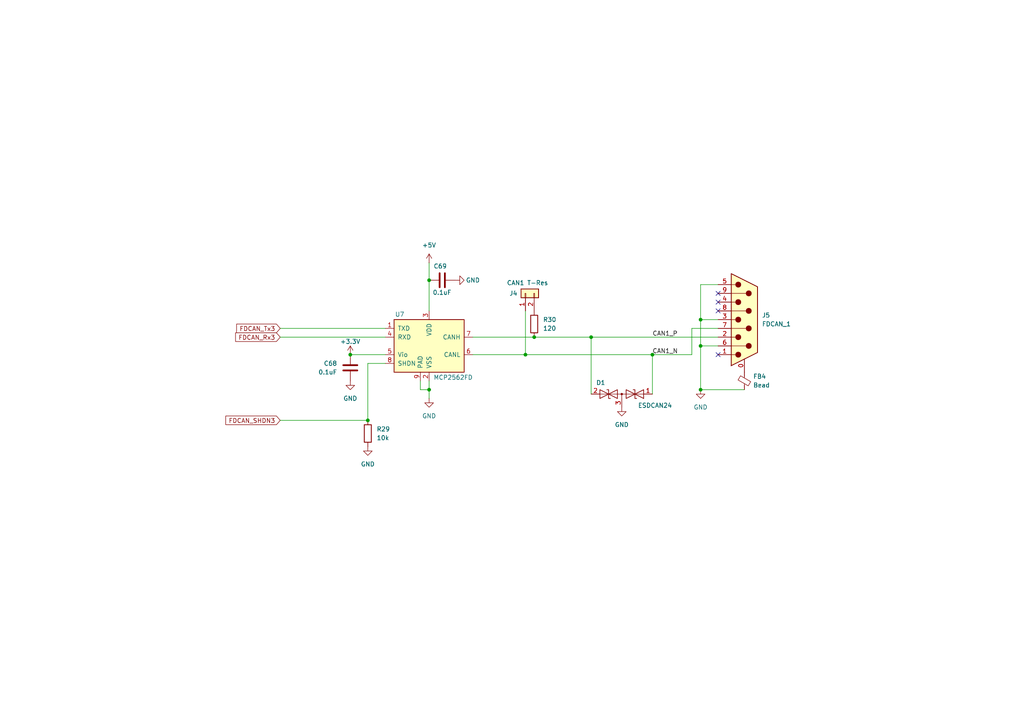
<source format=kicad_sch>
(kicad_sch (version 20250114) (generator "eeschema") (generator_version "9.0")
  (paper "A4")
  (title_block (rev "1.0"))
  (lib_symbols
    (symbol "Connector:DE9_Plug_MountingHoles" (pin_names (offset 1.016) (hide yes))
      (property "Reference" "J" (at 0 16.51 0))
      (property "Value" "DE9_Plug_MountingHoles" (at 0 14.605 0))
      (symbol "DE9_Plug_MountingHoles_0_1"
        (polyline (pts (xy -3.81 10.16) (xy -2.54 10.16)))
        (polyline (pts (xy -3.81 7.62) (xy 0.508 7.62)))
        (polyline (pts (xy -3.81 5.08) (xy -2.54 5.08)))
        (polyline (pts (xy -3.81 2.54) (xy 0.508 2.54)))
        (polyline (pts (xy -3.81 0) (xy -2.54 0)))
        (polyline (pts (xy -3.81 -2.54) (xy 0.508 -2.54)))
        (polyline (pts (xy -3.81 -5.08) (xy -2.54 -5.08)))
        (polyline (pts (xy -3.81 -7.62) (xy 0.508 -7.62)))
        (polyline (pts (xy -3.81 -10.16) (xy -2.54 -10.16)))
        (polyline (pts (xy -3.81 -13.335) (xy -3.81 13.335) (xy 3.81 9.525) (xy 3.81 -9.525) (xy -3.81 -13.335)) (stroke (width 0.254)) (fill (type background)))
        (circle (center -1.778 10.16) (radius 0.762) (fill (type outline)))
        (circle (center -1.778 5.08) (radius 0.762) (fill (type outline)))
        (circle (center -1.778 0) (radius 0.762) (fill (type outline)))
        (circle (center -1.778 -5.08) (radius 0.762) (fill (type outline)))
        (circle (center -1.778 -10.16) (radius 0.762) (fill (type outline)))
        (circle (center 1.27 7.62) (radius 0.762) (fill (type outline)))
        (circle (center 1.27 2.54) (radius 0.762) (fill (type outline)))
        (circle (center 1.27 -2.54) (radius 0.762) (fill (type outline)))
        (circle (center 1.27 -7.62) (radius 0.762) (fill (type outline)))
      )
      (symbol "DE9_Plug_MountingHoles_1_1"
        (pin passive line (at -7.62 10.16 0) (length 3.81) (name "5") (number "5"))
        (pin passive line (at -7.62 7.62 0) (length 3.81) (name "9") (number "9"))
        (pin passive line (at -7.62 5.08 0) (length 3.81) (name "4") (number "4"))
        (pin passive line (at -7.62 2.54 0) (length 3.81) (name "8") (number "8"))
        (pin passive line (at -7.62 0 0) (length 3.81) (name "3") (number "3"))
        (pin passive line (at -7.62 -2.54 0) (length 3.81) (name "7") (number "7"))
        (pin passive line (at -7.62 -5.08 0) (length 3.81) (name "2") (number "2"))
        (pin passive line (at -7.62 -7.62 0) (length 3.81) (name "6") (number "6"))
        (pin passive line (at -7.62 -10.16 0) (length 3.81) (name "1") (number "1"))
        (pin passive line (at 0 -15.24 90) (length 3.81) (name "PAD") (number "0"))
      )
    )
    (symbol "Connector_Generic:Conn_01x02" (pin_names (offset 1.016) (hide yes))
      (property "Reference" "J" (at 0 2.54 0))
      (property "Value" "Conn_01x02" (at 0 -5.08 0))
      (symbol "Conn_01x02_1_1"
        (rectangle (start -1.27 1.27) (end 1.27 -3.81) (stroke (width 0.254)) (fill (type background)))
        (rectangle (start -1.27 0.127) (end 0 -0.127) (stroke (width 0.1524)))
        (rectangle (start -1.27 -2.413) (end 0 -2.667) (stroke (width 0.1524)))
        (pin passive line (at -5.08 0 0) (length 3.81) (name "Pin_1") (number "1"))
        (pin passive line (at -5.08 -2.54 0) (length 3.81) (name "Pin_2") (number "2"))
      )
    )
    (symbol "Device:C" (pin_numbers (hide yes)) (pin_names (offset 0.254))
      (property "Reference" "C" (at 0.635 2.54 0))
      (property "Value" "C" (at 0.635 -2.54 0))
      (symbol "C_0_1"
        (polyline (pts (xy -2.032 0.762) (xy 2.032 0.762)) (stroke (width 0.508)))
        (polyline (pts (xy -2.032 -0.762) (xy 2.032 -0.762)) (stroke (width 0.508)))
      )
      (symbol "C_1_1"
        (pin passive line (at 0 3.81 270) (length 2.794) (name "~") (number "1"))
        (pin passive line (at 0 -3.81 90) (length 2.794) (name "~") (number "2"))
      )
    )
    (symbol "Device:FerriteBead_Small" (pin_numbers (hide yes)) (pin_names (offset 0))
      (property "Reference" "FB" (at 1.905 1.27 0))
      (property "Value" "FerriteBead_Small" (at 1.905 -1.27 0))
      (symbol "FerriteBead_Small_0_1"
        (polyline (pts (xy -1.8288 0.2794) (xy -1.1176 1.4986) (xy 1.8288 -0.2032) (xy 1.1176 -1.4224) (xy -1.8288 0.2794)))
        (polyline (pts (xy 0 0.889) (xy 0 1.2954)))
        (polyline (pts (xy 0 -1.27) (xy 0 -0.7874)))
      )
      (symbol "FerriteBead_Small_1_1"
        (pin passive line (at 0 2.54 270) (length 1.27) (name "~") (number "1"))
        (pin passive line (at 0 -2.54 90) (length 1.27) (name "~") (number "2"))
      )
    )
    (symbol "Device:R" (pin_numbers (hide yes)) (pin_names (offset 0))
      (property "Reference" "R" (at 2.032 0 90))
      (property "Value" "R" (at 0 0 90))
      (symbol "R_0_1"
        (rectangle (start -1.016 -2.54) (end 1.016 2.54) (stroke (width 0.254)))
      )
      (symbol "R_1_1"
        (pin passive line (at 0 3.81 270) (length 1.27) (name "~") (number "1"))
        (pin passive line (at 0 -3.81 90) (length 1.27) (name "~") (number "2"))
      )
    )
    (symbol "Diode:SM712_SOT23" (pin_names (offset 1.016) (hide yes))
      (property "Reference" "D" (at 0 4.445 0))
      (property "Value" "SM712_SOT23" (at 0 2.54 0))
      (symbol "SM712_SOT23_0_0"
        (polyline (pts (xy 0 -1.27) (xy 0 0)))
      )
      (symbol "SM712_SOT23_0_1"
        (polyline (pts (xy -6.35 0) (xy 6.35 0)))
        (polyline (pts (xy -6.35 -1.27) (xy -1.27 1.27) (xy -1.27 -1.27) (xy -6.35 1.27) (xy -6.35 -1.27)) (stroke (width 0.2032)))
        (polyline (pts (xy -3.302 1.27) (xy -3.81 1.27) (xy -3.81 -1.27) (xy -4.318 -1.27)) (stroke (width 0.2032)))
        (circle (center 0 0) (radius 0.254) (fill (type outline)))
        (polyline (pts (xy 1.27 -1.27) (xy 1.27 1.27) (xy 6.35 -1.27) (xy 6.35 1.27) (xy 1.27 -1.27)) (stroke (width 0.2032)))
        (polyline (pts (xy 4.318 1.27) (xy 3.81 1.27) (xy 3.81 -1.27) (xy 3.302 -1.27)) (stroke (width 0.2032)))
      )
      (symbol "SM712_SOT23_1_1"
        (pin passive line (at -8.89 0 0) (length 2.54) (name "A1") (number "1"))
        (pin input line (at 0 -3.81 90) (length 2.54) (name "common") (number "3"))
        (pin passive line (at 8.89 0 180) (length 2.54) (name "A2") (number "2"))
      )
    )
    (symbol "Interface_CAN_LIN:MCP2562-E-MF" (pin_names (offset 1.016))
      (property "Reference" "U" (at -10.16 8.89 0))
      (property "Value" "MCP2562-E-MF" (at 2.54 8.89 0))
      (symbol "MCP2562-E-MF_0_1"
        (rectangle (start -10.16 7.62) (end 10.16 -7.62) (stroke (width 0.254)) (fill (type background)))
      )
      (symbol "MCP2562-E-MF_1_1"
        (pin input line (at -12.7 5.08 0) (length 2.54) (name "TXD") (number "1"))
        (pin output line (at -12.7 2.54 0) (length 2.54) (name "RXD") (number "4"))
        (pin power_in line (at -12.7 -2.54 0) (length 2.54) (name "Vio") (number "5"))
        (pin input line (at -12.7 -5.08 0) (length 2.54) (name "SHDN") (number "8"))
        (pin power_in line (at -2.54 -10.16 90) (length 2.54) (name "PAD") (number "9"))
        (pin power_in line (at 0 10.16 270) (length 2.54) (name "VDD") (number "3"))
        (pin power_in line (at 0 -10.16 90) (length 2.54) (name "VSS") (number "2"))
        (pin bidirectional line (at 12.7 2.54 180) (length 2.54) (name "CANH") (number "7"))
        (pin bidirectional line (at 12.7 -2.54 180) (length 2.54) (name "CANL") (number "6"))
      )
    )
    (symbol "power:+3.3V" (power) (pin_numbers (hide yes)) (pin_names (offset 0) (hide yes))
      (property "Value" "+3.3V" (at 0 3.556 0))
      (symbol "+3.3V_0_1"
        (polyline (pts (xy -0.762 1.27) (xy 0 2.54)))
        (polyline (pts (xy 0 2.54) (xy 0.762 1.27)))
        (polyline (pts (xy 0 0) (xy 0 2.54)))
      )
      (symbol "+3.3V_1_1"
        (pin power_in line (at 0 0 90) (length 0) (name "~") (number "1"))
      )
    )
    (symbol "power:+5V" (power) (pin_numbers (hide yes)) (pin_names (offset 0) (hide yes))
      (property "Value" "+5V" (at 0 3.556 0))
      (symbol "+5V_0_1"
        (polyline (pts (xy -0.762 1.27) (xy 0 2.54)))
        (polyline (pts (xy 0 2.54) (xy 0.762 1.27)))
        (polyline (pts (xy 0 0) (xy 0 2.54)))
      )
      (symbol "+5V_1_1"
        (pin power_in line (at 0 0 90) (length 0) (name "~") (number "1"))
      )
    )
    (symbol "power:GND" (power) (pin_numbers (hide yes)) (pin_names (offset 0) (hide yes))
      (property "Value" "GND" (at 0 -3.81 0))
      (symbol "GND_0_1"
        (polyline (pts (xy 0 0) (xy 0 -1.27) (xy 1.27 -1.27) (xy 0 -2.54) (xy -1.27 -1.27) (xy 0 -1.27)))
      )
      (symbol "GND_1_1"
        (pin power_in line (at 0 0 270) (length 0) (name "~") (number "1"))
      )
    )
  )
  (junction (at 203.2 92.71))
  (junction (at 124.46 113.03))
  (junction (at 203.2 100.33))
  (junction (at 106.68 121.92))
  (junction (at 101.6 102.87))
  (junction (at 154.94 97.79))
  (junction (at 124.46 81.28))
  (junction (at 203.2 113.03))
  (junction (at 171.45 97.79))
  (junction (at 189.23 102.87))
  (junction (at 152.4 102.87))
  (no_connect (at 208.28 85.09))
  (no_connect (at 208.28 87.63))
  (no_connect (at 208.28 90.17))
  (no_connect (at 208.28 102.87))
  (wire (pts (xy 152.4 102.87) (xy 189.23 102.87)))
  (wire (pts (xy 106.68 121.92) (xy 106.68 105.41)))
  (wire (pts (xy 101.6 102.87) (xy 111.76 102.87)))
  (wire (pts (xy 171.45 97.79) (xy 208.28 97.79)))
  (wire (pts (xy 81.28 97.79) (xy 111.76 97.79)))
  (wire (pts (xy 200.66 102.87) (xy 200.66 95.25)))
  (wire (pts (xy 124.46 113.03) (xy 124.46 115.57)))
  (wire (pts (xy 121.92 110.49) (xy 121.92 113.03)))
  (wire (pts (xy 152.4 90.17) (xy 152.4 102.87)))
  (wire (pts (xy 208.28 82.55) (xy 203.2 82.55)))
  (wire (pts (xy 203.2 113.03) (xy 203.2 100.33)))
  (wire (pts (xy 106.68 105.41) (xy 111.76 105.41)))
  (wire (pts (xy 154.94 97.79) (xy 171.45 97.79)))
  (wire (pts (xy 124.46 76.2) (xy 124.46 81.28)))
  (wire (pts (xy 171.45 97.79) (xy 171.45 114.3)))
  (wire (pts (xy 203.2 92.71) (xy 208.28 92.71)))
  (wire (pts (xy 203.2 82.55) (xy 203.2 92.71)))
  (wire (pts (xy 81.28 95.25) (xy 111.76 95.25)))
  (wire (pts (xy 200.66 95.25) (xy 208.28 95.25)))
  (wire (pts (xy 137.16 97.79) (xy 154.94 97.79)))
  (wire (pts (xy 208.28 100.33) (xy 203.2 100.33)))
  (wire (pts (xy 203.2 100.33) (xy 203.2 92.71)))
  (wire (pts (xy 189.23 102.87) (xy 189.23 114.3)))
  (wire (pts (xy 121.92 113.03) (xy 124.46 113.03)))
  (wire (pts (xy 124.46 110.49) (xy 124.46 113.03)))
  (wire (pts (xy 81.28 121.92) (xy 106.68 121.92)))
  (wire (pts (xy 137.16 102.87) (xy 152.4 102.87)))
  (wire (pts (xy 215.9 113.03) (xy 203.2 113.03)))
  (wire (pts (xy 124.46 81.28) (xy 124.46 90.17)))
  (wire (pts (xy 189.23 102.87) (xy 200.66 102.87)))
  (label "CAN1_N" (at 189.23 102.87 0))
  (label "CAN1_P" (at 189.23 97.79 0))
  (global_label "FDCAN_SHDN3" (shape input) (at 81.28 121.92 180) (property "Intersheetrefs" "${INTERSHEET_REFS}" (effects (hide yes))))
  (global_label "FDCAN_Tx3" (shape input) (at 81.28 95.25 180) (property "Intersheetrefs" "${INTERSHEET_REFS}" (effects (hide yes))))
  (global_label "FDCAN_Rx3" (shape input) (at 81.28 97.79 180) (property "Intersheetrefs" "${INTERSHEET_REFS}" (effects (hide yes))))
  (symbol (lib_id "Diode:SM712_SOT23") (at 180.34 114.3 0) (mirror y) (unit 1)
    (property "Reference" "D1" (at 174.244 110.998 0))
    (property "Value" "ESDCAN24" (at 189.992 117.602 0))
    (property "Footprint" "Package_TO_SOT_SMD:SOT-23" (effects (hide yes)))
    (property "Datasheet" "https://www.littelfuse.com/~/media/electronics/datasheets/tvs_diode_arrays/littelfuse_tvs_diode_array_sm712_datasheet.pdf.pdf" (effects (hide yes)))
    (property "Description" "7V/12V, 600W Asymmetrical TVS Diode Array, SOT-23" (effects (hide yes)))
  )
  (symbol (lib_id "power:GND") (at 106.68 129.54 0) (unit 1)
    (property "Reference" "#PWR067" (effects (hide yes)))
    (property "Value" "GND" (at 106.68 134.62 0))
    (property "Description" "Power symbol creates a global label with name \"GND\" , ground" (effects (hide yes)))
  )
  (symbol (lib_id "power:GND") (at 124.46 115.57 0) (unit 1)
    (property "Reference" "#PWR069" (effects (hide yes)))
    (property "Value" "GND" (at 124.46 120.65 0))
    (property "Description" "Power symbol creates a global label with name \"GND\" , ground" (effects (hide yes)))
  )
  (symbol (lib_id "Device:C") (at 101.6 106.68 0) (unit 1)
    (property "Reference" "C68" (at 97.79 105.4099 0) (effects (justify right)))
    (property "Value" "0.1uF" (at 97.79 107.9499 0) (effects (justify right)))
    (property "Footprint" "Capacitor_SMD:C_0603_1608Metric" (effects (hide yes)))
    (property "Description" "Unpolarized capacitor" (effects (hide yes)))
  )
  (symbol (lib_id "Device:R") (at 106.68 125.73 0) (unit 1)
    (property "Reference" "R29" (at 109.22 124.4599 0) (effects (justify left)))
    (property "Value" "10k" (at 109.22 126.9999 0) (effects (justify left)))
    (property "Footprint" "Resistor_SMD:R_0603_1608Metric" (effects (hide yes)))
    (property "Description" "Resistor" (effects (hide yes)))
  )
  (symbol (lib_id "Connector:DE9_Plug_MountingHoles") (at 215.9 92.71 0) (unit 1)
    (property "Reference" "J5" (at 220.98 91.4399 0) (effects (justify left)))
    (property "Value" "FDCAN_1" (at 220.98 93.9799 0) (effects (justify left)))
    (property "Footprint" "Connector_Dsub:DSUB-9_Female_Horizontal_P2.77x2.84mm_EdgePinOffset7.70mm_Housed_MountingHolesOffset9.12mm" (effects (hide yes)))
    (property "Description" "9-pin male plug pin D-SUB connector, Mounting Hole" (effects (hide yes)))
  )
  (symbol (lib_id "power:GND") (at 203.2 113.03 0) (unit 1)
    (property "Reference" "#PWR073" (effects (hide yes)))
    (property "Value" "GND" (at 203.2 118.11 0))
    (property "Description" "Power symbol creates a global label with name \"GND\" , ground" (effects (hide yes)))
  )
  (symbol (lib_id "Device:FerriteBead_Small") (at 215.9 110.49 0) (unit 1)
    (property "Reference" "FB4" (at 218.44 109.1818 0) (effects (justify left)))
    (property "Value" "Bead" (at 218.44 111.7218 0) (effects (justify left)))
    (property "Footprint" "Inductor_SMD:L_0805_2012Metric" (effects (hide yes)))
    (property "Description" "Ferrite bead, small symbol" (effects (hide yes)))
  )
  (symbol (lib_id "Device:C") (at 128.27 81.28 90) (mirror x) (unit 1)
    (property "Reference" "C69" (at 125.73 77.216 90) (effects (justify right)))
    (property "Value" "0.1uF" (at 125.476 84.836 90) (effects (justify right)))
    (property "Footprint" "Capacitor_SMD:C_0603_1608Metric" (effects (hide yes)))
    (property "Description" "Unpolarized capacitor" (effects (hide yes)))
  )
  (symbol (lib_id "power:GND") (at 180.34 118.11 0) (unit 1)
    (property "Reference" "#PWR071" (effects (hide yes)))
    (property "Value" "GND" (at 180.34 123.19 0))
    (property "Description" "Power symbol creates a global label with name \"GND\" , ground" (effects (hide yes)))
  )
  (symbol (lib_id "power:+5V") (at 124.46 76.2 0) (unit 1)
    (property "Reference" "#PWR068" (effects (hide yes)))
    (property "Value" "+5V" (at 124.46 71.12 0))
    (property "Description" "Power symbol creates a global label with name \"+5V\"" (effects (hide yes)))
  )
  (symbol (lib_id "power:+3.3V") (at 101.6 102.87 0) (unit 1)
    (property "Reference" "#PWR065" (effects (hide yes)))
    (property "Value" "+3.3V" (at 101.6 99.06 0))
    (property "Description" "Power symbol creates a global label with name \"+3.3V\"" (effects (hide yes)))
  )
  (symbol (lib_id "power:GND") (at 132.08 81.28 90) (mirror x) (unit 1)
    (property "Reference" "#PWR070" (effects (hide yes)))
    (property "Value" "GND" (at 137.16 81.28 90))
    (property "Description" "Power symbol creates a global label with name \"GND\" , ground" (effects (hide yes)))
  )
  (symbol (lib_id "Interface_CAN_LIN:MCP2562-E-MF") (at 124.46 100.33 0) (unit 1)
    (property "Reference" "U7" (at 114.554 91.186 0) (effects (justify left)))
    (property "Value" "MCP2562FD" (at 125.73 109.474 0) (effects (justify left)))
    (property "Footprint" "Package_DFN_QFN:DFN-8-1EP_3x3mm_P0.65mm_EP1.55x2.4mm" (effects (hide yes)))
    (property "Datasheet" "http://ww1.microchip.com/downloads/en/DeviceDoc/25167A.pdf" (effects (hide yes)))
    (property "Description" "High-Speed CAN Transceiver, 1Mbps, 5V supply, Vio pin, -40C to +125C, DFN-8" (effects (hide yes)))
  )
  (symbol (lib_id "Device:R") (at 154.94 93.98 0) (unit 1)
    (property "Reference" "R30" (at 157.48 92.7099 0) (effects (justify left)))
    (property "Value" "120" (at 157.48 95.2499 0) (effects (justify left)))
    (property "Footprint" "Resistor_SMD:R_0603_1608Metric" (effects (hide yes)))
    (property "Description" "Resistor" (effects (hide yes)))
  )
  (symbol (lib_id "Connector_Generic:Conn_01x02") (at 152.4 85.09 90) (unit 1)
    (property "Reference" "J4" (at 150.114 85.09 90) (effects (justify left)))
    (property "Value" "CAN1 T-Res" (at 159.004 82.042 90) (effects (justify left)))
    (property "Footprint" "Connector_PinHeader_2.54mm:PinHeader_1x02_P2.54mm_Vertical" (effects (hide yes)))
    (property "Description" "Generic connector, single row, 01x02, script generated (kicad-library-utils/schlib/autogen/connector/)" (effects (hide yes)))
  )
  (symbol (lib_id "power:GND") (at 101.6 110.49 0) (unit 1)
    (property "Reference" "#PWR066" (effects (hide yes)))
    (property "Value" "GND" (at 101.6 115.57 0))
    (property "Description" "Power symbol creates a global label with name \"GND\" , ground" (effects (hide yes)))
  )
)
</source>
